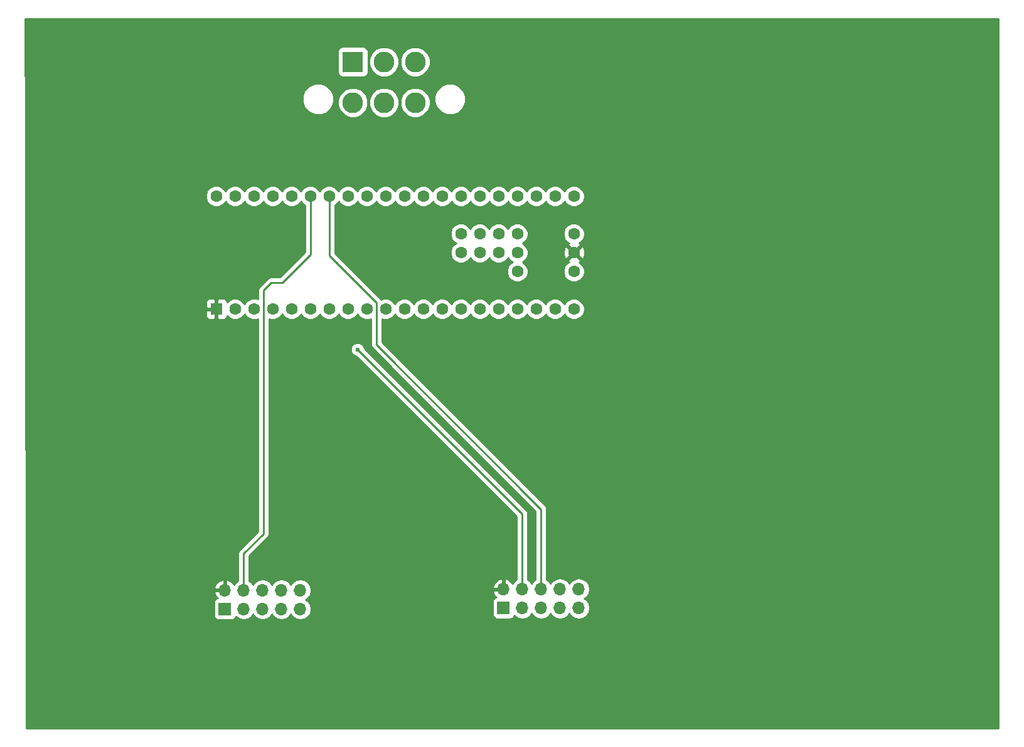
<source format=gbr>
G04 #@! TF.FileFunction,Copper,L2,Bot,Signal*
%FSLAX46Y46*%
G04 Gerber Fmt 4.6, Leading zero omitted, Abs format (unit mm)*
G04 Created by KiCad (PCBNEW 4.0.7) date 02/25/18 21:17:54*
%MOMM*%
%LPD*%
G01*
G04 APERTURE LIST*
%ADD10C,0.100000*%
%ADD11R,2.800000X2.800000*%
%ADD12C,2.800000*%
%ADD13C,1.600000*%
%ADD14R,1.600000X1.600000*%
%ADD15R,1.700000X1.700000*%
%ADD16O,1.700000X1.700000*%
%ADD17C,0.600000*%
%ADD18C,0.250000*%
%ADD19C,0.254000*%
G04 APERTURE END LIST*
D10*
D11*
X84074000Y-41529000D03*
D12*
X88274000Y-41529000D03*
X92474000Y-41529000D03*
X84074000Y-47029000D03*
X88274000Y-47029000D03*
X92474000Y-47029000D03*
D13*
X85979000Y-74930000D03*
X88519000Y-74930000D03*
X91059000Y-74930000D03*
X83439000Y-74930000D03*
X80899000Y-74930000D03*
X78359000Y-74930000D03*
X75819000Y-74930000D03*
X73279000Y-74930000D03*
X70739000Y-74930000D03*
X68199000Y-74930000D03*
D14*
X65659000Y-74930000D03*
D13*
X93599000Y-74930000D03*
X96139000Y-74930000D03*
X98679000Y-74930000D03*
X101219000Y-74930000D03*
X103759000Y-74930000D03*
X106299000Y-74930000D03*
X108839000Y-74930000D03*
X111379000Y-74930000D03*
X113919000Y-74930000D03*
X113919000Y-69850000D03*
X113919000Y-67310000D03*
X113919000Y-64770000D03*
X113919000Y-59690000D03*
X111379000Y-59690000D03*
X108839000Y-59690000D03*
X106299000Y-59690000D03*
X103759000Y-59690000D03*
X101219000Y-59690000D03*
X98679000Y-59690000D03*
X96139000Y-59690000D03*
X93599000Y-59690000D03*
X91059000Y-59690000D03*
X88519000Y-59690000D03*
X85979000Y-59690000D03*
X83439000Y-59690000D03*
X80899000Y-59690000D03*
X78359000Y-59690000D03*
X75819000Y-59690000D03*
X73279000Y-59690000D03*
X70739000Y-59690000D03*
X68199000Y-59690000D03*
X65659000Y-59690000D03*
X98679000Y-64770000D03*
X101219000Y-64770000D03*
X103759000Y-64770000D03*
X106299000Y-64770000D03*
X98679000Y-67310000D03*
X101219000Y-67310000D03*
X103759000Y-67310000D03*
X106299000Y-67310000D03*
X106299000Y-69850000D03*
D15*
X104394000Y-115316000D03*
D16*
X104394000Y-112776000D03*
X106934000Y-115316000D03*
X106934000Y-112776000D03*
X109474000Y-115316000D03*
X109474000Y-112776000D03*
X112014000Y-115316000D03*
X112014000Y-112776000D03*
X114554000Y-115316000D03*
X114554000Y-112776000D03*
D15*
X66802000Y-115443000D03*
D16*
X66802000Y-112903000D03*
X69342000Y-115443000D03*
X69342000Y-112903000D03*
X71882000Y-115443000D03*
X71882000Y-112903000D03*
X74422000Y-115443000D03*
X74422000Y-112903000D03*
X76962000Y-115443000D03*
X76962000Y-112903000D03*
D17*
X84709000Y-80391000D03*
D18*
X106934000Y-102616000D02*
X106934000Y-112776000D01*
X84709000Y-80391000D02*
X106934000Y-102616000D01*
X80899000Y-59690000D02*
X80899000Y-67691000D01*
X109474000Y-101981000D02*
X109474000Y-112776000D01*
X87249000Y-79756000D02*
X109474000Y-101981000D01*
X87249000Y-74041000D02*
X87249000Y-79756000D01*
X80899000Y-67691000D02*
X87249000Y-74041000D01*
X78359000Y-59690000D02*
X78359000Y-67564000D01*
X69342000Y-107950000D02*
X69342000Y-112903000D01*
X72009000Y-105283000D02*
X69342000Y-107950000D01*
X72009000Y-72390000D02*
X72009000Y-105283000D01*
X73025000Y-71374000D02*
X72009000Y-72390000D01*
X74549000Y-71374000D02*
X73025000Y-71374000D01*
X78359000Y-67564000D02*
X74549000Y-71374000D01*
D19*
G36*
X171196000Y-131572000D02*
X40004832Y-131572000D01*
X39979700Y-112546108D01*
X65360514Y-112546108D01*
X65481181Y-112776000D01*
X66675000Y-112776000D01*
X66675000Y-111582845D01*
X66445110Y-111461524D01*
X66035076Y-111631355D01*
X65606817Y-112021642D01*
X65360514Y-112546108D01*
X39979700Y-112546108D01*
X39930386Y-75215750D01*
X64224000Y-75215750D01*
X64224000Y-75856310D01*
X64320673Y-76089699D01*
X64499302Y-76268327D01*
X64732691Y-76365000D01*
X65373250Y-76365000D01*
X65532000Y-76206250D01*
X65532000Y-75057000D01*
X64382750Y-75057000D01*
X64224000Y-75215750D01*
X39930386Y-75215750D01*
X39928785Y-74003690D01*
X64224000Y-74003690D01*
X64224000Y-74644250D01*
X64382750Y-74803000D01*
X65532000Y-74803000D01*
X65532000Y-73653750D01*
X65373250Y-73495000D01*
X64732691Y-73495000D01*
X64499302Y-73591673D01*
X64320673Y-73770301D01*
X64224000Y-74003690D01*
X39928785Y-74003690D01*
X39910252Y-59974187D01*
X64223752Y-59974187D01*
X64441757Y-60501800D01*
X64845077Y-60905824D01*
X65372309Y-61124750D01*
X65943187Y-61125248D01*
X66470800Y-60907243D01*
X66874824Y-60503923D01*
X66928862Y-60373785D01*
X66981757Y-60501800D01*
X67385077Y-60905824D01*
X67912309Y-61124750D01*
X68483187Y-61125248D01*
X69010800Y-60907243D01*
X69414824Y-60503923D01*
X69468862Y-60373785D01*
X69521757Y-60501800D01*
X69925077Y-60905824D01*
X70452309Y-61124750D01*
X71023187Y-61125248D01*
X71550800Y-60907243D01*
X71954824Y-60503923D01*
X72008862Y-60373785D01*
X72061757Y-60501800D01*
X72465077Y-60905824D01*
X72992309Y-61124750D01*
X73563187Y-61125248D01*
X74090800Y-60907243D01*
X74494824Y-60503923D01*
X74548862Y-60373785D01*
X74601757Y-60501800D01*
X75005077Y-60905824D01*
X75532309Y-61124750D01*
X76103187Y-61125248D01*
X76630800Y-60907243D01*
X77034824Y-60503923D01*
X77088862Y-60373785D01*
X77141757Y-60501800D01*
X77545077Y-60905824D01*
X77599000Y-60928215D01*
X77599000Y-67249198D01*
X74234198Y-70614000D01*
X73025000Y-70614000D01*
X72734161Y-70671852D01*
X72487599Y-70836599D01*
X71471599Y-71852599D01*
X71306852Y-72099161D01*
X71249000Y-72390000D01*
X71249000Y-73587976D01*
X71025691Y-73495250D01*
X70454813Y-73494752D01*
X69927200Y-73712757D01*
X69523176Y-74116077D01*
X69469138Y-74246215D01*
X69416243Y-74118200D01*
X69012923Y-73714176D01*
X68485691Y-73495250D01*
X67914813Y-73494752D01*
X67387200Y-73712757D01*
X67094000Y-74005446D01*
X67094000Y-74003690D01*
X66997327Y-73770301D01*
X66818698Y-73591673D01*
X66585309Y-73495000D01*
X65944750Y-73495000D01*
X65786000Y-73653750D01*
X65786000Y-74803000D01*
X65806000Y-74803000D01*
X65806000Y-75057000D01*
X65786000Y-75057000D01*
X65786000Y-76206250D01*
X65944750Y-76365000D01*
X66585309Y-76365000D01*
X66818698Y-76268327D01*
X66997327Y-76089699D01*
X67094000Y-75856310D01*
X67094000Y-75854239D01*
X67385077Y-76145824D01*
X67912309Y-76364750D01*
X68483187Y-76365248D01*
X69010800Y-76147243D01*
X69414824Y-75743923D01*
X69468862Y-75613785D01*
X69521757Y-75741800D01*
X69925077Y-76145824D01*
X70452309Y-76364750D01*
X71023187Y-76365248D01*
X71249000Y-76271944D01*
X71249000Y-104968198D01*
X68804599Y-107412599D01*
X68639852Y-107659161D01*
X68582000Y-107950000D01*
X68582000Y-111630046D01*
X68291946Y-111823853D01*
X68064298Y-112164553D01*
X67997183Y-112021642D01*
X67568924Y-111631355D01*
X67158890Y-111461524D01*
X66929000Y-111582845D01*
X66929000Y-112776000D01*
X66949000Y-112776000D01*
X66949000Y-113030000D01*
X66929000Y-113030000D01*
X66929000Y-113050000D01*
X66675000Y-113050000D01*
X66675000Y-113030000D01*
X65481181Y-113030000D01*
X65360514Y-113259892D01*
X65606817Y-113784358D01*
X65812504Y-113971808D01*
X65716683Y-113989838D01*
X65500559Y-114128910D01*
X65355569Y-114341110D01*
X65304560Y-114593000D01*
X65304560Y-116293000D01*
X65348838Y-116528317D01*
X65487910Y-116744441D01*
X65700110Y-116889431D01*
X65952000Y-116940440D01*
X67652000Y-116940440D01*
X67887317Y-116896162D01*
X68103441Y-116757090D01*
X68248431Y-116544890D01*
X68262086Y-116477459D01*
X68291946Y-116522147D01*
X68773715Y-116844054D01*
X69342000Y-116957093D01*
X69910285Y-116844054D01*
X70392054Y-116522147D01*
X70612000Y-116192974D01*
X70831946Y-116522147D01*
X71313715Y-116844054D01*
X71882000Y-116957093D01*
X72450285Y-116844054D01*
X72932054Y-116522147D01*
X73152000Y-116192974D01*
X73371946Y-116522147D01*
X73853715Y-116844054D01*
X74422000Y-116957093D01*
X74990285Y-116844054D01*
X75472054Y-116522147D01*
X75692000Y-116192974D01*
X75911946Y-116522147D01*
X76393715Y-116844054D01*
X76962000Y-116957093D01*
X77530285Y-116844054D01*
X78012054Y-116522147D01*
X78333961Y-116040378D01*
X78447000Y-115472093D01*
X78447000Y-115413907D01*
X78333961Y-114845622D01*
X78012054Y-114363853D01*
X77726422Y-114173000D01*
X78012054Y-113982147D01*
X78333961Y-113500378D01*
X78447000Y-112932093D01*
X78447000Y-112873907D01*
X78356535Y-112419108D01*
X102952514Y-112419108D01*
X103073181Y-112649000D01*
X104267000Y-112649000D01*
X104267000Y-111455845D01*
X104037110Y-111334524D01*
X103627076Y-111504355D01*
X103198817Y-111894642D01*
X102952514Y-112419108D01*
X78356535Y-112419108D01*
X78333961Y-112305622D01*
X78012054Y-111823853D01*
X77530285Y-111501946D01*
X76962000Y-111388907D01*
X76393715Y-111501946D01*
X75911946Y-111823853D01*
X75692000Y-112153026D01*
X75472054Y-111823853D01*
X74990285Y-111501946D01*
X74422000Y-111388907D01*
X73853715Y-111501946D01*
X73371946Y-111823853D01*
X73152000Y-112153026D01*
X72932054Y-111823853D01*
X72450285Y-111501946D01*
X71882000Y-111388907D01*
X71313715Y-111501946D01*
X70831946Y-111823853D01*
X70612000Y-112153026D01*
X70392054Y-111823853D01*
X70102000Y-111630046D01*
X70102000Y-108264802D01*
X72546401Y-105820401D01*
X72711148Y-105573839D01*
X72769000Y-105283000D01*
X72769000Y-76272024D01*
X72992309Y-76364750D01*
X73563187Y-76365248D01*
X74090800Y-76147243D01*
X74494824Y-75743923D01*
X74548862Y-75613785D01*
X74601757Y-75741800D01*
X75005077Y-76145824D01*
X75532309Y-76364750D01*
X76103187Y-76365248D01*
X76630800Y-76147243D01*
X77034824Y-75743923D01*
X77088862Y-75613785D01*
X77141757Y-75741800D01*
X77545077Y-76145824D01*
X78072309Y-76364750D01*
X78643187Y-76365248D01*
X79170800Y-76147243D01*
X79574824Y-75743923D01*
X79628862Y-75613785D01*
X79681757Y-75741800D01*
X80085077Y-76145824D01*
X80612309Y-76364750D01*
X81183187Y-76365248D01*
X81710800Y-76147243D01*
X82114824Y-75743923D01*
X82168862Y-75613785D01*
X82221757Y-75741800D01*
X82625077Y-76145824D01*
X83152309Y-76364750D01*
X83723187Y-76365248D01*
X84250800Y-76147243D01*
X84654824Y-75743923D01*
X84708862Y-75613785D01*
X84761757Y-75741800D01*
X85165077Y-76145824D01*
X85692309Y-76364750D01*
X86263187Y-76365248D01*
X86489000Y-76271944D01*
X86489000Y-79756000D01*
X86546852Y-80046839D01*
X86711599Y-80293401D01*
X108714000Y-102295802D01*
X108714000Y-111503046D01*
X108423946Y-111696853D01*
X108204000Y-112026026D01*
X107984054Y-111696853D01*
X107694000Y-111503046D01*
X107694000Y-102616000D01*
X107636148Y-102325161D01*
X107636148Y-102325160D01*
X107471401Y-102078599D01*
X85644122Y-80251320D01*
X85644162Y-80205833D01*
X85502117Y-79862057D01*
X85239327Y-79598808D01*
X84895799Y-79456162D01*
X84523833Y-79455838D01*
X84180057Y-79597883D01*
X83916808Y-79860673D01*
X83774162Y-80204201D01*
X83773838Y-80576167D01*
X83915883Y-80919943D01*
X84178673Y-81183192D01*
X84522201Y-81325838D01*
X84569077Y-81325879D01*
X106174000Y-102930802D01*
X106174000Y-111503046D01*
X105883946Y-111696853D01*
X105656298Y-112037553D01*
X105589183Y-111894642D01*
X105160924Y-111504355D01*
X104750890Y-111334524D01*
X104521000Y-111455845D01*
X104521000Y-112649000D01*
X104541000Y-112649000D01*
X104541000Y-112903000D01*
X104521000Y-112903000D01*
X104521000Y-112923000D01*
X104267000Y-112923000D01*
X104267000Y-112903000D01*
X103073181Y-112903000D01*
X102952514Y-113132892D01*
X103198817Y-113657358D01*
X103404504Y-113844808D01*
X103308683Y-113862838D01*
X103092559Y-114001910D01*
X102947569Y-114214110D01*
X102896560Y-114466000D01*
X102896560Y-116166000D01*
X102940838Y-116401317D01*
X103079910Y-116617441D01*
X103292110Y-116762431D01*
X103544000Y-116813440D01*
X105244000Y-116813440D01*
X105479317Y-116769162D01*
X105695441Y-116630090D01*
X105840431Y-116417890D01*
X105854086Y-116350459D01*
X105883946Y-116395147D01*
X106365715Y-116717054D01*
X106934000Y-116830093D01*
X107502285Y-116717054D01*
X107984054Y-116395147D01*
X108204000Y-116065974D01*
X108423946Y-116395147D01*
X108905715Y-116717054D01*
X109474000Y-116830093D01*
X110042285Y-116717054D01*
X110524054Y-116395147D01*
X110744000Y-116065974D01*
X110963946Y-116395147D01*
X111445715Y-116717054D01*
X112014000Y-116830093D01*
X112582285Y-116717054D01*
X113064054Y-116395147D01*
X113284000Y-116065974D01*
X113503946Y-116395147D01*
X113985715Y-116717054D01*
X114554000Y-116830093D01*
X115122285Y-116717054D01*
X115604054Y-116395147D01*
X115925961Y-115913378D01*
X116039000Y-115345093D01*
X116039000Y-115286907D01*
X115925961Y-114718622D01*
X115604054Y-114236853D01*
X115318422Y-114046000D01*
X115604054Y-113855147D01*
X115925961Y-113373378D01*
X116039000Y-112805093D01*
X116039000Y-112746907D01*
X115925961Y-112178622D01*
X115604054Y-111696853D01*
X115122285Y-111374946D01*
X114554000Y-111261907D01*
X113985715Y-111374946D01*
X113503946Y-111696853D01*
X113284000Y-112026026D01*
X113064054Y-111696853D01*
X112582285Y-111374946D01*
X112014000Y-111261907D01*
X111445715Y-111374946D01*
X110963946Y-111696853D01*
X110744000Y-112026026D01*
X110524054Y-111696853D01*
X110234000Y-111503046D01*
X110234000Y-101981000D01*
X110176148Y-101690161D01*
X110176148Y-101690160D01*
X110011401Y-101443599D01*
X88009000Y-79441198D01*
X88009000Y-76272024D01*
X88232309Y-76364750D01*
X88803187Y-76365248D01*
X89330800Y-76147243D01*
X89734824Y-75743923D01*
X89788862Y-75613785D01*
X89841757Y-75741800D01*
X90245077Y-76145824D01*
X90772309Y-76364750D01*
X91343187Y-76365248D01*
X91870800Y-76147243D01*
X92274824Y-75743923D01*
X92328862Y-75613785D01*
X92381757Y-75741800D01*
X92785077Y-76145824D01*
X93312309Y-76364750D01*
X93883187Y-76365248D01*
X94410800Y-76147243D01*
X94814824Y-75743923D01*
X94868862Y-75613785D01*
X94921757Y-75741800D01*
X95325077Y-76145824D01*
X95852309Y-76364750D01*
X96423187Y-76365248D01*
X96950800Y-76147243D01*
X97354824Y-75743923D01*
X97408862Y-75613785D01*
X97461757Y-75741800D01*
X97865077Y-76145824D01*
X98392309Y-76364750D01*
X98963187Y-76365248D01*
X99490800Y-76147243D01*
X99894824Y-75743923D01*
X99948862Y-75613785D01*
X100001757Y-75741800D01*
X100405077Y-76145824D01*
X100932309Y-76364750D01*
X101503187Y-76365248D01*
X102030800Y-76147243D01*
X102434824Y-75743923D01*
X102488862Y-75613785D01*
X102541757Y-75741800D01*
X102945077Y-76145824D01*
X103472309Y-76364750D01*
X104043187Y-76365248D01*
X104570800Y-76147243D01*
X104974824Y-75743923D01*
X105028862Y-75613785D01*
X105081757Y-75741800D01*
X105485077Y-76145824D01*
X106012309Y-76364750D01*
X106583187Y-76365248D01*
X107110800Y-76147243D01*
X107514824Y-75743923D01*
X107568862Y-75613785D01*
X107621757Y-75741800D01*
X108025077Y-76145824D01*
X108552309Y-76364750D01*
X109123187Y-76365248D01*
X109650800Y-76147243D01*
X110054824Y-75743923D01*
X110108862Y-75613785D01*
X110161757Y-75741800D01*
X110565077Y-76145824D01*
X111092309Y-76364750D01*
X111663187Y-76365248D01*
X112190800Y-76147243D01*
X112594824Y-75743923D01*
X112648862Y-75613785D01*
X112701757Y-75741800D01*
X113105077Y-76145824D01*
X113632309Y-76364750D01*
X114203187Y-76365248D01*
X114730800Y-76147243D01*
X115134824Y-75743923D01*
X115353750Y-75216691D01*
X115354248Y-74645813D01*
X115136243Y-74118200D01*
X114732923Y-73714176D01*
X114205691Y-73495250D01*
X113634813Y-73494752D01*
X113107200Y-73712757D01*
X112703176Y-74116077D01*
X112649138Y-74246215D01*
X112596243Y-74118200D01*
X112192923Y-73714176D01*
X111665691Y-73495250D01*
X111094813Y-73494752D01*
X110567200Y-73712757D01*
X110163176Y-74116077D01*
X110109138Y-74246215D01*
X110056243Y-74118200D01*
X109652923Y-73714176D01*
X109125691Y-73495250D01*
X108554813Y-73494752D01*
X108027200Y-73712757D01*
X107623176Y-74116077D01*
X107569138Y-74246215D01*
X107516243Y-74118200D01*
X107112923Y-73714176D01*
X106585691Y-73495250D01*
X106014813Y-73494752D01*
X105487200Y-73712757D01*
X105083176Y-74116077D01*
X105029138Y-74246215D01*
X104976243Y-74118200D01*
X104572923Y-73714176D01*
X104045691Y-73495250D01*
X103474813Y-73494752D01*
X102947200Y-73712757D01*
X102543176Y-74116077D01*
X102489138Y-74246215D01*
X102436243Y-74118200D01*
X102032923Y-73714176D01*
X101505691Y-73495250D01*
X100934813Y-73494752D01*
X100407200Y-73712757D01*
X100003176Y-74116077D01*
X99949138Y-74246215D01*
X99896243Y-74118200D01*
X99492923Y-73714176D01*
X98965691Y-73495250D01*
X98394813Y-73494752D01*
X97867200Y-73712757D01*
X97463176Y-74116077D01*
X97409138Y-74246215D01*
X97356243Y-74118200D01*
X96952923Y-73714176D01*
X96425691Y-73495250D01*
X95854813Y-73494752D01*
X95327200Y-73712757D01*
X94923176Y-74116077D01*
X94869138Y-74246215D01*
X94816243Y-74118200D01*
X94412923Y-73714176D01*
X93885691Y-73495250D01*
X93314813Y-73494752D01*
X92787200Y-73712757D01*
X92383176Y-74116077D01*
X92329138Y-74246215D01*
X92276243Y-74118200D01*
X91872923Y-73714176D01*
X91345691Y-73495250D01*
X90774813Y-73494752D01*
X90247200Y-73712757D01*
X89843176Y-74116077D01*
X89789138Y-74246215D01*
X89736243Y-74118200D01*
X89332923Y-73714176D01*
X88805691Y-73495250D01*
X88234813Y-73494752D01*
X87878784Y-73641860D01*
X87786401Y-73503599D01*
X81659000Y-67376198D01*
X81659000Y-65054187D01*
X97243752Y-65054187D01*
X97461757Y-65581800D01*
X97865077Y-65985824D01*
X97995215Y-66039862D01*
X97867200Y-66092757D01*
X97463176Y-66496077D01*
X97244250Y-67023309D01*
X97243752Y-67594187D01*
X97461757Y-68121800D01*
X97865077Y-68525824D01*
X98392309Y-68744750D01*
X98963187Y-68745248D01*
X99490800Y-68527243D01*
X99894824Y-68123923D01*
X99948862Y-67993785D01*
X100001757Y-68121800D01*
X100405077Y-68525824D01*
X100932309Y-68744750D01*
X101503187Y-68745248D01*
X102030800Y-68527243D01*
X102434824Y-68123923D01*
X102488862Y-67993785D01*
X102541757Y-68121800D01*
X102945077Y-68525824D01*
X103472309Y-68744750D01*
X104043187Y-68745248D01*
X104570800Y-68527243D01*
X104974824Y-68123923D01*
X105028862Y-67993785D01*
X105081757Y-68121800D01*
X105485077Y-68525824D01*
X105615215Y-68579862D01*
X105487200Y-68632757D01*
X105083176Y-69036077D01*
X104864250Y-69563309D01*
X104863752Y-70134187D01*
X105081757Y-70661800D01*
X105485077Y-71065824D01*
X106012309Y-71284750D01*
X106583187Y-71285248D01*
X107110800Y-71067243D01*
X107514824Y-70663923D01*
X107733750Y-70136691D01*
X107733752Y-70134187D01*
X112483752Y-70134187D01*
X112701757Y-70661800D01*
X113105077Y-71065824D01*
X113632309Y-71284750D01*
X114203187Y-71285248D01*
X114730800Y-71067243D01*
X115134824Y-70663923D01*
X115353750Y-70136691D01*
X115354248Y-69565813D01*
X115136243Y-69038200D01*
X114732923Y-68634176D01*
X114618232Y-68586552D01*
X114673005Y-68563864D01*
X114747139Y-68317745D01*
X113919000Y-67489605D01*
X113090861Y-68317745D01*
X113164995Y-68563864D01*
X113223254Y-68584805D01*
X113107200Y-68632757D01*
X112703176Y-69036077D01*
X112484250Y-69563309D01*
X112483752Y-70134187D01*
X107733752Y-70134187D01*
X107734248Y-69565813D01*
X107516243Y-69038200D01*
X107112923Y-68634176D01*
X106982785Y-68580138D01*
X107110800Y-68527243D01*
X107514824Y-68123923D01*
X107733750Y-67596691D01*
X107734189Y-67093223D01*
X112472035Y-67093223D01*
X112499222Y-67663454D01*
X112665136Y-68064005D01*
X112911255Y-68138139D01*
X113739395Y-67310000D01*
X114098605Y-67310000D01*
X114926745Y-68138139D01*
X115172864Y-68064005D01*
X115365965Y-67526777D01*
X115338778Y-66956546D01*
X115172864Y-66555995D01*
X114926745Y-66481861D01*
X114098605Y-67310000D01*
X113739395Y-67310000D01*
X112911255Y-66481861D01*
X112665136Y-66555995D01*
X112472035Y-67093223D01*
X107734189Y-67093223D01*
X107734248Y-67025813D01*
X107516243Y-66498200D01*
X107112923Y-66094176D01*
X106982785Y-66040138D01*
X107110800Y-65987243D01*
X107514824Y-65583923D01*
X107733750Y-65056691D01*
X107733752Y-65054187D01*
X112483752Y-65054187D01*
X112701757Y-65581800D01*
X113105077Y-65985824D01*
X113219768Y-66033448D01*
X113164995Y-66056136D01*
X113090861Y-66302255D01*
X113919000Y-67130395D01*
X114747139Y-66302255D01*
X114673005Y-66056136D01*
X114614746Y-66035195D01*
X114730800Y-65987243D01*
X115134824Y-65583923D01*
X115353750Y-65056691D01*
X115354248Y-64485813D01*
X115136243Y-63958200D01*
X114732923Y-63554176D01*
X114205691Y-63335250D01*
X113634813Y-63334752D01*
X113107200Y-63552757D01*
X112703176Y-63956077D01*
X112484250Y-64483309D01*
X112483752Y-65054187D01*
X107733752Y-65054187D01*
X107734248Y-64485813D01*
X107516243Y-63958200D01*
X107112923Y-63554176D01*
X106585691Y-63335250D01*
X106014813Y-63334752D01*
X105487200Y-63552757D01*
X105083176Y-63956077D01*
X105029138Y-64086215D01*
X104976243Y-63958200D01*
X104572923Y-63554176D01*
X104045691Y-63335250D01*
X103474813Y-63334752D01*
X102947200Y-63552757D01*
X102543176Y-63956077D01*
X102489138Y-64086215D01*
X102436243Y-63958200D01*
X102032923Y-63554176D01*
X101505691Y-63335250D01*
X100934813Y-63334752D01*
X100407200Y-63552757D01*
X100003176Y-63956077D01*
X99949138Y-64086215D01*
X99896243Y-63958200D01*
X99492923Y-63554176D01*
X98965691Y-63335250D01*
X98394813Y-63334752D01*
X97867200Y-63552757D01*
X97463176Y-63956077D01*
X97244250Y-64483309D01*
X97243752Y-65054187D01*
X81659000Y-65054187D01*
X81659000Y-60928646D01*
X81710800Y-60907243D01*
X82114824Y-60503923D01*
X82168862Y-60373785D01*
X82221757Y-60501800D01*
X82625077Y-60905824D01*
X83152309Y-61124750D01*
X83723187Y-61125248D01*
X84250800Y-60907243D01*
X84654824Y-60503923D01*
X84708862Y-60373785D01*
X84761757Y-60501800D01*
X85165077Y-60905824D01*
X85692309Y-61124750D01*
X86263187Y-61125248D01*
X86790800Y-60907243D01*
X87194824Y-60503923D01*
X87248862Y-60373785D01*
X87301757Y-60501800D01*
X87705077Y-60905824D01*
X88232309Y-61124750D01*
X88803187Y-61125248D01*
X89330800Y-60907243D01*
X89734824Y-60503923D01*
X89788862Y-60373785D01*
X89841757Y-60501800D01*
X90245077Y-60905824D01*
X90772309Y-61124750D01*
X91343187Y-61125248D01*
X91870800Y-60907243D01*
X92274824Y-60503923D01*
X92328862Y-60373785D01*
X92381757Y-60501800D01*
X92785077Y-60905824D01*
X93312309Y-61124750D01*
X93883187Y-61125248D01*
X94410800Y-60907243D01*
X94814824Y-60503923D01*
X94868862Y-60373785D01*
X94921757Y-60501800D01*
X95325077Y-60905824D01*
X95852309Y-61124750D01*
X96423187Y-61125248D01*
X96950800Y-60907243D01*
X97354824Y-60503923D01*
X97408862Y-60373785D01*
X97461757Y-60501800D01*
X97865077Y-60905824D01*
X98392309Y-61124750D01*
X98963187Y-61125248D01*
X99490800Y-60907243D01*
X99894824Y-60503923D01*
X99948862Y-60373785D01*
X100001757Y-60501800D01*
X100405077Y-60905824D01*
X100932309Y-61124750D01*
X101503187Y-61125248D01*
X102030800Y-60907243D01*
X102434824Y-60503923D01*
X102488862Y-60373785D01*
X102541757Y-60501800D01*
X102945077Y-60905824D01*
X103472309Y-61124750D01*
X104043187Y-61125248D01*
X104570800Y-60907243D01*
X104974824Y-60503923D01*
X105028862Y-60373785D01*
X105081757Y-60501800D01*
X105485077Y-60905824D01*
X106012309Y-61124750D01*
X106583187Y-61125248D01*
X107110800Y-60907243D01*
X107514824Y-60503923D01*
X107568862Y-60373785D01*
X107621757Y-60501800D01*
X108025077Y-60905824D01*
X108552309Y-61124750D01*
X109123187Y-61125248D01*
X109650800Y-60907243D01*
X110054824Y-60503923D01*
X110108862Y-60373785D01*
X110161757Y-60501800D01*
X110565077Y-60905824D01*
X111092309Y-61124750D01*
X111663187Y-61125248D01*
X112190800Y-60907243D01*
X112594824Y-60503923D01*
X112648862Y-60373785D01*
X112701757Y-60501800D01*
X113105077Y-60905824D01*
X113632309Y-61124750D01*
X114203187Y-61125248D01*
X114730800Y-60907243D01*
X115134824Y-60503923D01*
X115353750Y-59976691D01*
X115354248Y-59405813D01*
X115136243Y-58878200D01*
X114732923Y-58474176D01*
X114205691Y-58255250D01*
X113634813Y-58254752D01*
X113107200Y-58472757D01*
X112703176Y-58876077D01*
X112649138Y-59006215D01*
X112596243Y-58878200D01*
X112192923Y-58474176D01*
X111665691Y-58255250D01*
X111094813Y-58254752D01*
X110567200Y-58472757D01*
X110163176Y-58876077D01*
X110109138Y-59006215D01*
X110056243Y-58878200D01*
X109652923Y-58474176D01*
X109125691Y-58255250D01*
X108554813Y-58254752D01*
X108027200Y-58472757D01*
X107623176Y-58876077D01*
X107569138Y-59006215D01*
X107516243Y-58878200D01*
X107112923Y-58474176D01*
X106585691Y-58255250D01*
X106014813Y-58254752D01*
X105487200Y-58472757D01*
X105083176Y-58876077D01*
X105029138Y-59006215D01*
X104976243Y-58878200D01*
X104572923Y-58474176D01*
X104045691Y-58255250D01*
X103474813Y-58254752D01*
X102947200Y-58472757D01*
X102543176Y-58876077D01*
X102489138Y-59006215D01*
X102436243Y-58878200D01*
X102032923Y-58474176D01*
X101505691Y-58255250D01*
X100934813Y-58254752D01*
X100407200Y-58472757D01*
X100003176Y-58876077D01*
X99949138Y-59006215D01*
X99896243Y-58878200D01*
X99492923Y-58474176D01*
X98965691Y-58255250D01*
X98394813Y-58254752D01*
X97867200Y-58472757D01*
X97463176Y-58876077D01*
X97409138Y-59006215D01*
X97356243Y-58878200D01*
X96952923Y-58474176D01*
X96425691Y-58255250D01*
X95854813Y-58254752D01*
X95327200Y-58472757D01*
X94923176Y-58876077D01*
X94869138Y-59006215D01*
X94816243Y-58878200D01*
X94412923Y-58474176D01*
X93885691Y-58255250D01*
X93314813Y-58254752D01*
X92787200Y-58472757D01*
X92383176Y-58876077D01*
X92329138Y-59006215D01*
X92276243Y-58878200D01*
X91872923Y-58474176D01*
X91345691Y-58255250D01*
X90774813Y-58254752D01*
X90247200Y-58472757D01*
X89843176Y-58876077D01*
X89789138Y-59006215D01*
X89736243Y-58878200D01*
X89332923Y-58474176D01*
X88805691Y-58255250D01*
X88234813Y-58254752D01*
X87707200Y-58472757D01*
X87303176Y-58876077D01*
X87249138Y-59006215D01*
X87196243Y-58878200D01*
X86792923Y-58474176D01*
X86265691Y-58255250D01*
X85694813Y-58254752D01*
X85167200Y-58472757D01*
X84763176Y-58876077D01*
X84709138Y-59006215D01*
X84656243Y-58878200D01*
X84252923Y-58474176D01*
X83725691Y-58255250D01*
X83154813Y-58254752D01*
X82627200Y-58472757D01*
X82223176Y-58876077D01*
X82169138Y-59006215D01*
X82116243Y-58878200D01*
X81712923Y-58474176D01*
X81185691Y-58255250D01*
X80614813Y-58254752D01*
X80087200Y-58472757D01*
X79683176Y-58876077D01*
X79629138Y-59006215D01*
X79576243Y-58878200D01*
X79172923Y-58474176D01*
X78645691Y-58255250D01*
X78074813Y-58254752D01*
X77547200Y-58472757D01*
X77143176Y-58876077D01*
X77089138Y-59006215D01*
X77036243Y-58878200D01*
X76632923Y-58474176D01*
X76105691Y-58255250D01*
X75534813Y-58254752D01*
X75007200Y-58472757D01*
X74603176Y-58876077D01*
X74549138Y-59006215D01*
X74496243Y-58878200D01*
X74092923Y-58474176D01*
X73565691Y-58255250D01*
X72994813Y-58254752D01*
X72467200Y-58472757D01*
X72063176Y-58876077D01*
X72009138Y-59006215D01*
X71956243Y-58878200D01*
X71552923Y-58474176D01*
X71025691Y-58255250D01*
X70454813Y-58254752D01*
X69927200Y-58472757D01*
X69523176Y-58876077D01*
X69469138Y-59006215D01*
X69416243Y-58878200D01*
X69012923Y-58474176D01*
X68485691Y-58255250D01*
X67914813Y-58254752D01*
X67387200Y-58472757D01*
X66983176Y-58876077D01*
X66929138Y-59006215D01*
X66876243Y-58878200D01*
X66472923Y-58474176D01*
X65945691Y-58255250D01*
X65374813Y-58254752D01*
X64847200Y-58472757D01*
X64443176Y-58876077D01*
X64224250Y-59403309D01*
X64223752Y-59974187D01*
X39910252Y-59974187D01*
X39893102Y-46991815D01*
X77238630Y-46991815D01*
X77562980Y-47776800D01*
X78163041Y-48377909D01*
X78947459Y-48703628D01*
X79796815Y-48704370D01*
X80581800Y-48380020D01*
X81182909Y-47779959D01*
X81327389Y-47432011D01*
X82038648Y-47432011D01*
X82347805Y-48180229D01*
X82919760Y-48753183D01*
X83667438Y-49063646D01*
X84477011Y-49064352D01*
X85225229Y-48755195D01*
X85798183Y-48183240D01*
X86108646Y-47435562D01*
X86108649Y-47432011D01*
X86238648Y-47432011D01*
X86547805Y-48180229D01*
X87119760Y-48753183D01*
X87867438Y-49063646D01*
X88677011Y-49064352D01*
X89425229Y-48755195D01*
X89998183Y-48183240D01*
X90308646Y-47435562D01*
X90308649Y-47432011D01*
X90438648Y-47432011D01*
X90747805Y-48180229D01*
X91319760Y-48753183D01*
X92067438Y-49063646D01*
X92877011Y-49064352D01*
X93625229Y-48755195D01*
X94198183Y-48183240D01*
X94508646Y-47435562D01*
X94509032Y-46991815D01*
X95038630Y-46991815D01*
X95362980Y-47776800D01*
X95963041Y-48377909D01*
X96747459Y-48703628D01*
X97596815Y-48704370D01*
X98381800Y-48380020D01*
X98982909Y-47779959D01*
X99308628Y-46995541D01*
X99309370Y-46146185D01*
X98985020Y-45361200D01*
X98384959Y-44760091D01*
X97600541Y-44434372D01*
X96751185Y-44433630D01*
X95966200Y-44757980D01*
X95365091Y-45358041D01*
X95039372Y-46142459D01*
X95038630Y-46991815D01*
X94509032Y-46991815D01*
X94509352Y-46625989D01*
X94200195Y-45877771D01*
X93628240Y-45304817D01*
X92880562Y-44994354D01*
X92070989Y-44993648D01*
X91322771Y-45302805D01*
X90749817Y-45874760D01*
X90439354Y-46622438D01*
X90438648Y-47432011D01*
X90308649Y-47432011D01*
X90309352Y-46625989D01*
X90000195Y-45877771D01*
X89428240Y-45304817D01*
X88680562Y-44994354D01*
X87870989Y-44993648D01*
X87122771Y-45302805D01*
X86549817Y-45874760D01*
X86239354Y-46622438D01*
X86238648Y-47432011D01*
X86108649Y-47432011D01*
X86109352Y-46625989D01*
X85800195Y-45877771D01*
X85228240Y-45304817D01*
X84480562Y-44994354D01*
X83670989Y-44993648D01*
X82922771Y-45302805D01*
X82349817Y-45874760D01*
X82039354Y-46622438D01*
X82038648Y-47432011D01*
X81327389Y-47432011D01*
X81508628Y-46995541D01*
X81509370Y-46146185D01*
X81185020Y-45361200D01*
X80584959Y-44760091D01*
X79800541Y-44434372D01*
X78951185Y-44433630D01*
X78166200Y-44757980D01*
X77565091Y-45358041D01*
X77239372Y-46142459D01*
X77238630Y-46991815D01*
X39893102Y-46991815D01*
X39884037Y-40129000D01*
X82026560Y-40129000D01*
X82026560Y-42929000D01*
X82070838Y-43164317D01*
X82209910Y-43380441D01*
X82422110Y-43525431D01*
X82674000Y-43576440D01*
X85474000Y-43576440D01*
X85709317Y-43532162D01*
X85925441Y-43393090D01*
X86070431Y-43180890D01*
X86121440Y-42929000D01*
X86121440Y-41932011D01*
X86238648Y-41932011D01*
X86547805Y-42680229D01*
X87119760Y-43253183D01*
X87867438Y-43563646D01*
X88677011Y-43564352D01*
X89425229Y-43255195D01*
X89998183Y-42683240D01*
X90308646Y-41935562D01*
X90308649Y-41932011D01*
X90438648Y-41932011D01*
X90747805Y-42680229D01*
X91319760Y-43253183D01*
X92067438Y-43563646D01*
X92877011Y-43564352D01*
X93625229Y-43255195D01*
X94198183Y-42683240D01*
X94508646Y-41935562D01*
X94509352Y-41125989D01*
X94200195Y-40377771D01*
X93628240Y-39804817D01*
X92880562Y-39494354D01*
X92070989Y-39493648D01*
X91322771Y-39802805D01*
X90749817Y-40374760D01*
X90439354Y-41122438D01*
X90438648Y-41932011D01*
X90308649Y-41932011D01*
X90309352Y-41125989D01*
X90000195Y-40377771D01*
X89428240Y-39804817D01*
X88680562Y-39494354D01*
X87870989Y-39493648D01*
X87122771Y-39802805D01*
X86549817Y-40374760D01*
X86239354Y-41122438D01*
X86238648Y-41932011D01*
X86121440Y-41932011D01*
X86121440Y-40129000D01*
X86077162Y-39893683D01*
X85938090Y-39677559D01*
X85725890Y-39532569D01*
X85474000Y-39481560D01*
X82674000Y-39481560D01*
X82438683Y-39525838D01*
X82222559Y-39664910D01*
X82077569Y-39877110D01*
X82026560Y-40129000D01*
X39884037Y-40129000D01*
X39878168Y-35687000D01*
X171196000Y-35687000D01*
X171196000Y-131572000D01*
X171196000Y-131572000D01*
G37*
X171196000Y-131572000D02*
X40004832Y-131572000D01*
X39979700Y-112546108D01*
X65360514Y-112546108D01*
X65481181Y-112776000D01*
X66675000Y-112776000D01*
X66675000Y-111582845D01*
X66445110Y-111461524D01*
X66035076Y-111631355D01*
X65606817Y-112021642D01*
X65360514Y-112546108D01*
X39979700Y-112546108D01*
X39930386Y-75215750D01*
X64224000Y-75215750D01*
X64224000Y-75856310D01*
X64320673Y-76089699D01*
X64499302Y-76268327D01*
X64732691Y-76365000D01*
X65373250Y-76365000D01*
X65532000Y-76206250D01*
X65532000Y-75057000D01*
X64382750Y-75057000D01*
X64224000Y-75215750D01*
X39930386Y-75215750D01*
X39928785Y-74003690D01*
X64224000Y-74003690D01*
X64224000Y-74644250D01*
X64382750Y-74803000D01*
X65532000Y-74803000D01*
X65532000Y-73653750D01*
X65373250Y-73495000D01*
X64732691Y-73495000D01*
X64499302Y-73591673D01*
X64320673Y-73770301D01*
X64224000Y-74003690D01*
X39928785Y-74003690D01*
X39910252Y-59974187D01*
X64223752Y-59974187D01*
X64441757Y-60501800D01*
X64845077Y-60905824D01*
X65372309Y-61124750D01*
X65943187Y-61125248D01*
X66470800Y-60907243D01*
X66874824Y-60503923D01*
X66928862Y-60373785D01*
X66981757Y-60501800D01*
X67385077Y-60905824D01*
X67912309Y-61124750D01*
X68483187Y-61125248D01*
X69010800Y-60907243D01*
X69414824Y-60503923D01*
X69468862Y-60373785D01*
X69521757Y-60501800D01*
X69925077Y-60905824D01*
X70452309Y-61124750D01*
X71023187Y-61125248D01*
X71550800Y-60907243D01*
X71954824Y-60503923D01*
X72008862Y-60373785D01*
X72061757Y-60501800D01*
X72465077Y-60905824D01*
X72992309Y-61124750D01*
X73563187Y-61125248D01*
X74090800Y-60907243D01*
X74494824Y-60503923D01*
X74548862Y-60373785D01*
X74601757Y-60501800D01*
X75005077Y-60905824D01*
X75532309Y-61124750D01*
X76103187Y-61125248D01*
X76630800Y-60907243D01*
X77034824Y-60503923D01*
X77088862Y-60373785D01*
X77141757Y-60501800D01*
X77545077Y-60905824D01*
X77599000Y-60928215D01*
X77599000Y-67249198D01*
X74234198Y-70614000D01*
X73025000Y-70614000D01*
X72734161Y-70671852D01*
X72487599Y-70836599D01*
X71471599Y-71852599D01*
X71306852Y-72099161D01*
X71249000Y-72390000D01*
X71249000Y-73587976D01*
X71025691Y-73495250D01*
X70454813Y-73494752D01*
X69927200Y-73712757D01*
X69523176Y-74116077D01*
X69469138Y-74246215D01*
X69416243Y-74118200D01*
X69012923Y-73714176D01*
X68485691Y-73495250D01*
X67914813Y-73494752D01*
X67387200Y-73712757D01*
X67094000Y-74005446D01*
X67094000Y-74003690D01*
X66997327Y-73770301D01*
X66818698Y-73591673D01*
X66585309Y-73495000D01*
X65944750Y-73495000D01*
X65786000Y-73653750D01*
X65786000Y-74803000D01*
X65806000Y-74803000D01*
X65806000Y-75057000D01*
X65786000Y-75057000D01*
X65786000Y-76206250D01*
X65944750Y-76365000D01*
X66585309Y-76365000D01*
X66818698Y-76268327D01*
X66997327Y-76089699D01*
X67094000Y-75856310D01*
X67094000Y-75854239D01*
X67385077Y-76145824D01*
X67912309Y-76364750D01*
X68483187Y-76365248D01*
X69010800Y-76147243D01*
X69414824Y-75743923D01*
X69468862Y-75613785D01*
X69521757Y-75741800D01*
X69925077Y-76145824D01*
X70452309Y-76364750D01*
X71023187Y-76365248D01*
X71249000Y-76271944D01*
X71249000Y-104968198D01*
X68804599Y-107412599D01*
X68639852Y-107659161D01*
X68582000Y-107950000D01*
X68582000Y-111630046D01*
X68291946Y-111823853D01*
X68064298Y-112164553D01*
X67997183Y-112021642D01*
X67568924Y-111631355D01*
X67158890Y-111461524D01*
X66929000Y-111582845D01*
X66929000Y-112776000D01*
X66949000Y-112776000D01*
X66949000Y-113030000D01*
X66929000Y-113030000D01*
X66929000Y-113050000D01*
X66675000Y-113050000D01*
X66675000Y-113030000D01*
X65481181Y-113030000D01*
X65360514Y-113259892D01*
X65606817Y-113784358D01*
X65812504Y-113971808D01*
X65716683Y-113989838D01*
X65500559Y-114128910D01*
X65355569Y-114341110D01*
X65304560Y-114593000D01*
X65304560Y-116293000D01*
X65348838Y-116528317D01*
X65487910Y-116744441D01*
X65700110Y-116889431D01*
X65952000Y-116940440D01*
X67652000Y-116940440D01*
X67887317Y-116896162D01*
X68103441Y-116757090D01*
X68248431Y-116544890D01*
X68262086Y-116477459D01*
X68291946Y-116522147D01*
X68773715Y-116844054D01*
X69342000Y-116957093D01*
X69910285Y-116844054D01*
X70392054Y-116522147D01*
X70612000Y-116192974D01*
X70831946Y-116522147D01*
X71313715Y-116844054D01*
X71882000Y-116957093D01*
X72450285Y-116844054D01*
X72932054Y-116522147D01*
X73152000Y-116192974D01*
X73371946Y-116522147D01*
X73853715Y-116844054D01*
X74422000Y-116957093D01*
X74990285Y-116844054D01*
X75472054Y-116522147D01*
X75692000Y-116192974D01*
X75911946Y-116522147D01*
X76393715Y-116844054D01*
X76962000Y-116957093D01*
X77530285Y-116844054D01*
X78012054Y-116522147D01*
X78333961Y-116040378D01*
X78447000Y-115472093D01*
X78447000Y-115413907D01*
X78333961Y-114845622D01*
X78012054Y-114363853D01*
X77726422Y-114173000D01*
X78012054Y-113982147D01*
X78333961Y-113500378D01*
X78447000Y-112932093D01*
X78447000Y-112873907D01*
X78356535Y-112419108D01*
X102952514Y-112419108D01*
X103073181Y-112649000D01*
X104267000Y-112649000D01*
X104267000Y-111455845D01*
X104037110Y-111334524D01*
X103627076Y-111504355D01*
X103198817Y-111894642D01*
X102952514Y-112419108D01*
X78356535Y-112419108D01*
X78333961Y-112305622D01*
X78012054Y-111823853D01*
X77530285Y-111501946D01*
X76962000Y-111388907D01*
X76393715Y-111501946D01*
X75911946Y-111823853D01*
X75692000Y-112153026D01*
X75472054Y-111823853D01*
X74990285Y-111501946D01*
X74422000Y-111388907D01*
X73853715Y-111501946D01*
X73371946Y-111823853D01*
X73152000Y-112153026D01*
X72932054Y-111823853D01*
X72450285Y-111501946D01*
X71882000Y-111388907D01*
X71313715Y-111501946D01*
X70831946Y-111823853D01*
X70612000Y-112153026D01*
X70392054Y-111823853D01*
X70102000Y-111630046D01*
X70102000Y-108264802D01*
X72546401Y-105820401D01*
X72711148Y-105573839D01*
X72769000Y-105283000D01*
X72769000Y-76272024D01*
X72992309Y-76364750D01*
X73563187Y-76365248D01*
X74090800Y-76147243D01*
X74494824Y-75743923D01*
X74548862Y-75613785D01*
X74601757Y-75741800D01*
X75005077Y-76145824D01*
X75532309Y-76364750D01*
X76103187Y-76365248D01*
X76630800Y-76147243D01*
X77034824Y-75743923D01*
X77088862Y-75613785D01*
X77141757Y-75741800D01*
X77545077Y-76145824D01*
X78072309Y-76364750D01*
X78643187Y-76365248D01*
X79170800Y-76147243D01*
X79574824Y-75743923D01*
X79628862Y-75613785D01*
X79681757Y-75741800D01*
X80085077Y-76145824D01*
X80612309Y-76364750D01*
X81183187Y-76365248D01*
X81710800Y-76147243D01*
X82114824Y-75743923D01*
X82168862Y-75613785D01*
X82221757Y-75741800D01*
X82625077Y-76145824D01*
X83152309Y-76364750D01*
X83723187Y-76365248D01*
X84250800Y-76147243D01*
X84654824Y-75743923D01*
X84708862Y-75613785D01*
X84761757Y-75741800D01*
X85165077Y-76145824D01*
X85692309Y-76364750D01*
X86263187Y-76365248D01*
X86489000Y-76271944D01*
X86489000Y-79756000D01*
X86546852Y-80046839D01*
X86711599Y-80293401D01*
X108714000Y-102295802D01*
X108714000Y-111503046D01*
X108423946Y-111696853D01*
X108204000Y-112026026D01*
X107984054Y-111696853D01*
X107694000Y-111503046D01*
X107694000Y-102616000D01*
X107636148Y-102325161D01*
X107636148Y-102325160D01*
X107471401Y-102078599D01*
X85644122Y-80251320D01*
X85644162Y-80205833D01*
X85502117Y-79862057D01*
X85239327Y-79598808D01*
X84895799Y-79456162D01*
X84523833Y-79455838D01*
X84180057Y-79597883D01*
X83916808Y-79860673D01*
X83774162Y-80204201D01*
X83773838Y-80576167D01*
X83915883Y-80919943D01*
X84178673Y-81183192D01*
X84522201Y-81325838D01*
X84569077Y-81325879D01*
X106174000Y-102930802D01*
X106174000Y-111503046D01*
X105883946Y-111696853D01*
X105656298Y-112037553D01*
X105589183Y-111894642D01*
X105160924Y-111504355D01*
X104750890Y-111334524D01*
X104521000Y-111455845D01*
X104521000Y-112649000D01*
X104541000Y-112649000D01*
X104541000Y-112903000D01*
X104521000Y-112903000D01*
X104521000Y-112923000D01*
X104267000Y-112923000D01*
X104267000Y-112903000D01*
X103073181Y-112903000D01*
X102952514Y-113132892D01*
X103198817Y-113657358D01*
X103404504Y-113844808D01*
X103308683Y-113862838D01*
X103092559Y-114001910D01*
X102947569Y-114214110D01*
X102896560Y-114466000D01*
X102896560Y-116166000D01*
X102940838Y-116401317D01*
X103079910Y-116617441D01*
X103292110Y-116762431D01*
X103544000Y-116813440D01*
X105244000Y-116813440D01*
X105479317Y-116769162D01*
X105695441Y-116630090D01*
X105840431Y-116417890D01*
X105854086Y-116350459D01*
X105883946Y-116395147D01*
X106365715Y-116717054D01*
X106934000Y-116830093D01*
X107502285Y-116717054D01*
X107984054Y-116395147D01*
X108204000Y-116065974D01*
X108423946Y-116395147D01*
X108905715Y-116717054D01*
X109474000Y-116830093D01*
X110042285Y-116717054D01*
X110524054Y-116395147D01*
X110744000Y-116065974D01*
X110963946Y-116395147D01*
X111445715Y-116717054D01*
X112014000Y-116830093D01*
X112582285Y-116717054D01*
X113064054Y-116395147D01*
X113284000Y-116065974D01*
X113503946Y-116395147D01*
X113985715Y-116717054D01*
X114554000Y-116830093D01*
X115122285Y-116717054D01*
X115604054Y-116395147D01*
X115925961Y-115913378D01*
X116039000Y-115345093D01*
X116039000Y-115286907D01*
X115925961Y-114718622D01*
X115604054Y-114236853D01*
X115318422Y-114046000D01*
X115604054Y-113855147D01*
X115925961Y-113373378D01*
X116039000Y-112805093D01*
X116039000Y-112746907D01*
X115925961Y-112178622D01*
X115604054Y-111696853D01*
X115122285Y-111374946D01*
X114554000Y-111261907D01*
X113985715Y-111374946D01*
X113503946Y-111696853D01*
X113284000Y-112026026D01*
X113064054Y-111696853D01*
X112582285Y-111374946D01*
X112014000Y-111261907D01*
X111445715Y-111374946D01*
X110963946Y-111696853D01*
X110744000Y-112026026D01*
X110524054Y-111696853D01*
X110234000Y-111503046D01*
X110234000Y-101981000D01*
X110176148Y-101690161D01*
X110176148Y-101690160D01*
X110011401Y-101443599D01*
X88009000Y-79441198D01*
X88009000Y-76272024D01*
X88232309Y-76364750D01*
X88803187Y-76365248D01*
X89330800Y-76147243D01*
X89734824Y-75743923D01*
X89788862Y-75613785D01*
X89841757Y-75741800D01*
X90245077Y-76145824D01*
X90772309Y-76364750D01*
X91343187Y-76365248D01*
X91870800Y-76147243D01*
X92274824Y-75743923D01*
X92328862Y-75613785D01*
X92381757Y-75741800D01*
X92785077Y-76145824D01*
X93312309Y-76364750D01*
X93883187Y-76365248D01*
X94410800Y-76147243D01*
X94814824Y-75743923D01*
X94868862Y-75613785D01*
X94921757Y-75741800D01*
X95325077Y-76145824D01*
X95852309Y-76364750D01*
X96423187Y-76365248D01*
X96950800Y-76147243D01*
X97354824Y-75743923D01*
X97408862Y-75613785D01*
X97461757Y-75741800D01*
X97865077Y-76145824D01*
X98392309Y-76364750D01*
X98963187Y-76365248D01*
X99490800Y-76147243D01*
X99894824Y-75743923D01*
X99948862Y-75613785D01*
X100001757Y-75741800D01*
X100405077Y-76145824D01*
X100932309Y-76364750D01*
X101503187Y-76365248D01*
X102030800Y-76147243D01*
X102434824Y-75743923D01*
X102488862Y-75613785D01*
X102541757Y-75741800D01*
X102945077Y-76145824D01*
X103472309Y-76364750D01*
X104043187Y-76365248D01*
X104570800Y-76147243D01*
X104974824Y-75743923D01*
X105028862Y-75613785D01*
X105081757Y-75741800D01*
X105485077Y-76145824D01*
X106012309Y-76364750D01*
X106583187Y-76365248D01*
X107110800Y-76147243D01*
X107514824Y-75743923D01*
X107568862Y-75613785D01*
X107621757Y-75741800D01*
X108025077Y-76145824D01*
X108552309Y-76364750D01*
X109123187Y-76365248D01*
X109650800Y-76147243D01*
X110054824Y-75743923D01*
X110108862Y-75613785D01*
X110161757Y-75741800D01*
X110565077Y-76145824D01*
X111092309Y-76364750D01*
X111663187Y-76365248D01*
X112190800Y-76147243D01*
X112594824Y-75743923D01*
X112648862Y-75613785D01*
X112701757Y-75741800D01*
X113105077Y-76145824D01*
X113632309Y-76364750D01*
X114203187Y-76365248D01*
X114730800Y-76147243D01*
X115134824Y-75743923D01*
X115353750Y-75216691D01*
X115354248Y-74645813D01*
X115136243Y-74118200D01*
X114732923Y-73714176D01*
X114205691Y-73495250D01*
X113634813Y-73494752D01*
X113107200Y-73712757D01*
X112703176Y-74116077D01*
X112649138Y-74246215D01*
X112596243Y-74118200D01*
X112192923Y-73714176D01*
X111665691Y-73495250D01*
X111094813Y-73494752D01*
X110567200Y-73712757D01*
X110163176Y-74116077D01*
X110109138Y-74246215D01*
X110056243Y-74118200D01*
X109652923Y-73714176D01*
X109125691Y-73495250D01*
X108554813Y-73494752D01*
X108027200Y-73712757D01*
X107623176Y-74116077D01*
X107569138Y-74246215D01*
X107516243Y-74118200D01*
X107112923Y-73714176D01*
X106585691Y-73495250D01*
X106014813Y-73494752D01*
X105487200Y-73712757D01*
X105083176Y-74116077D01*
X105029138Y-74246215D01*
X104976243Y-74118200D01*
X104572923Y-73714176D01*
X104045691Y-73495250D01*
X103474813Y-73494752D01*
X102947200Y-73712757D01*
X102543176Y-74116077D01*
X102489138Y-74246215D01*
X102436243Y-74118200D01*
X102032923Y-73714176D01*
X101505691Y-73495250D01*
X100934813Y-73494752D01*
X100407200Y-73712757D01*
X100003176Y-74116077D01*
X99949138Y-74246215D01*
X99896243Y-74118200D01*
X99492923Y-73714176D01*
X98965691Y-73495250D01*
X98394813Y-73494752D01*
X97867200Y-73712757D01*
X97463176Y-74116077D01*
X97409138Y-74246215D01*
X97356243Y-74118200D01*
X96952923Y-73714176D01*
X96425691Y-73495250D01*
X95854813Y-73494752D01*
X95327200Y-73712757D01*
X94923176Y-74116077D01*
X94869138Y-74246215D01*
X94816243Y-74118200D01*
X94412923Y-73714176D01*
X93885691Y-73495250D01*
X93314813Y-73494752D01*
X92787200Y-73712757D01*
X92383176Y-74116077D01*
X92329138Y-74246215D01*
X92276243Y-74118200D01*
X91872923Y-73714176D01*
X91345691Y-73495250D01*
X90774813Y-73494752D01*
X90247200Y-73712757D01*
X89843176Y-74116077D01*
X89789138Y-74246215D01*
X89736243Y-74118200D01*
X89332923Y-73714176D01*
X88805691Y-73495250D01*
X88234813Y-73494752D01*
X87878784Y-73641860D01*
X87786401Y-73503599D01*
X81659000Y-67376198D01*
X81659000Y-65054187D01*
X97243752Y-65054187D01*
X97461757Y-65581800D01*
X97865077Y-65985824D01*
X97995215Y-66039862D01*
X97867200Y-66092757D01*
X97463176Y-66496077D01*
X97244250Y-67023309D01*
X97243752Y-67594187D01*
X97461757Y-68121800D01*
X97865077Y-68525824D01*
X98392309Y-68744750D01*
X98963187Y-68745248D01*
X99490800Y-68527243D01*
X99894824Y-68123923D01*
X99948862Y-67993785D01*
X100001757Y-68121800D01*
X100405077Y-68525824D01*
X100932309Y-68744750D01*
X101503187Y-68745248D01*
X102030800Y-68527243D01*
X102434824Y-68123923D01*
X102488862Y-67993785D01*
X102541757Y-68121800D01*
X102945077Y-68525824D01*
X103472309Y-68744750D01*
X104043187Y-68745248D01*
X104570800Y-68527243D01*
X104974824Y-68123923D01*
X105028862Y-67993785D01*
X105081757Y-68121800D01*
X105485077Y-68525824D01*
X105615215Y-68579862D01*
X105487200Y-68632757D01*
X105083176Y-69036077D01*
X104864250Y-69563309D01*
X104863752Y-70134187D01*
X105081757Y-70661800D01*
X105485077Y-71065824D01*
X106012309Y-71284750D01*
X106583187Y-71285248D01*
X107110800Y-71067243D01*
X107514824Y-70663923D01*
X107733750Y-70136691D01*
X107733752Y-70134187D01*
X112483752Y-70134187D01*
X112701757Y-70661800D01*
X113105077Y-71065824D01*
X113632309Y-71284750D01*
X114203187Y-71285248D01*
X114730800Y-71067243D01*
X115134824Y-70663923D01*
X115353750Y-70136691D01*
X115354248Y-69565813D01*
X115136243Y-69038200D01*
X114732923Y-68634176D01*
X114618232Y-68586552D01*
X114673005Y-68563864D01*
X114747139Y-68317745D01*
X113919000Y-67489605D01*
X113090861Y-68317745D01*
X113164995Y-68563864D01*
X113223254Y-68584805D01*
X113107200Y-68632757D01*
X112703176Y-69036077D01*
X112484250Y-69563309D01*
X112483752Y-70134187D01*
X107733752Y-70134187D01*
X107734248Y-69565813D01*
X107516243Y-69038200D01*
X107112923Y-68634176D01*
X106982785Y-68580138D01*
X107110800Y-68527243D01*
X107514824Y-68123923D01*
X107733750Y-67596691D01*
X107734189Y-67093223D01*
X112472035Y-67093223D01*
X112499222Y-67663454D01*
X112665136Y-68064005D01*
X112911255Y-68138139D01*
X113739395Y-67310000D01*
X114098605Y-67310000D01*
X114926745Y-68138139D01*
X115172864Y-68064005D01*
X115365965Y-67526777D01*
X115338778Y-66956546D01*
X115172864Y-66555995D01*
X114926745Y-66481861D01*
X114098605Y-67310000D01*
X113739395Y-67310000D01*
X112911255Y-66481861D01*
X112665136Y-66555995D01*
X112472035Y-67093223D01*
X107734189Y-67093223D01*
X107734248Y-67025813D01*
X107516243Y-66498200D01*
X107112923Y-66094176D01*
X106982785Y-66040138D01*
X107110800Y-65987243D01*
X107514824Y-65583923D01*
X107733750Y-65056691D01*
X107733752Y-65054187D01*
X112483752Y-65054187D01*
X112701757Y-65581800D01*
X113105077Y-65985824D01*
X113219768Y-66033448D01*
X113164995Y-66056136D01*
X113090861Y-66302255D01*
X113919000Y-67130395D01*
X114747139Y-66302255D01*
X114673005Y-66056136D01*
X114614746Y-66035195D01*
X114730800Y-65987243D01*
X115134824Y-65583923D01*
X115353750Y-65056691D01*
X115354248Y-64485813D01*
X115136243Y-63958200D01*
X114732923Y-63554176D01*
X114205691Y-63335250D01*
X113634813Y-63334752D01*
X113107200Y-63552757D01*
X112703176Y-63956077D01*
X112484250Y-64483309D01*
X112483752Y-65054187D01*
X107733752Y-65054187D01*
X107734248Y-64485813D01*
X107516243Y-63958200D01*
X107112923Y-63554176D01*
X106585691Y-63335250D01*
X106014813Y-63334752D01*
X105487200Y-63552757D01*
X105083176Y-63956077D01*
X105029138Y-64086215D01*
X104976243Y-63958200D01*
X104572923Y-63554176D01*
X104045691Y-63335250D01*
X103474813Y-63334752D01*
X102947200Y-63552757D01*
X102543176Y-63956077D01*
X102489138Y-64086215D01*
X102436243Y-63958200D01*
X102032923Y-63554176D01*
X101505691Y-63335250D01*
X100934813Y-63334752D01*
X100407200Y-63552757D01*
X100003176Y-63956077D01*
X99949138Y-64086215D01*
X99896243Y-63958200D01*
X99492923Y-63554176D01*
X98965691Y-63335250D01*
X98394813Y-63334752D01*
X97867200Y-63552757D01*
X97463176Y-63956077D01*
X97244250Y-64483309D01*
X97243752Y-65054187D01*
X81659000Y-65054187D01*
X81659000Y-60928646D01*
X81710800Y-60907243D01*
X82114824Y-60503923D01*
X82168862Y-60373785D01*
X82221757Y-60501800D01*
X82625077Y-60905824D01*
X83152309Y-61124750D01*
X83723187Y-61125248D01*
X84250800Y-60907243D01*
X84654824Y-60503923D01*
X84708862Y-60373785D01*
X84761757Y-60501800D01*
X85165077Y-60905824D01*
X85692309Y-61124750D01*
X86263187Y-61125248D01*
X86790800Y-60907243D01*
X87194824Y-60503923D01*
X87248862Y-60373785D01*
X87301757Y-60501800D01*
X87705077Y-60905824D01*
X88232309Y-61124750D01*
X88803187Y-61125248D01*
X89330800Y-60907243D01*
X89734824Y-60503923D01*
X89788862Y-60373785D01*
X89841757Y-60501800D01*
X90245077Y-60905824D01*
X90772309Y-61124750D01*
X91343187Y-61125248D01*
X91870800Y-60907243D01*
X92274824Y-60503923D01*
X92328862Y-60373785D01*
X92381757Y-60501800D01*
X92785077Y-60905824D01*
X93312309Y-61124750D01*
X93883187Y-61125248D01*
X94410800Y-60907243D01*
X94814824Y-60503923D01*
X94868862Y-60373785D01*
X94921757Y-60501800D01*
X95325077Y-60905824D01*
X95852309Y-61124750D01*
X96423187Y-61125248D01*
X96950800Y-60907243D01*
X97354824Y-60503923D01*
X97408862Y-60373785D01*
X97461757Y-60501800D01*
X97865077Y-60905824D01*
X98392309Y-61124750D01*
X98963187Y-61125248D01*
X99490800Y-60907243D01*
X99894824Y-60503923D01*
X99948862Y-60373785D01*
X100001757Y-60501800D01*
X100405077Y-60905824D01*
X100932309Y-61124750D01*
X101503187Y-61125248D01*
X102030800Y-60907243D01*
X102434824Y-60503923D01*
X102488862Y-60373785D01*
X102541757Y-60501800D01*
X102945077Y-60905824D01*
X103472309Y-61124750D01*
X104043187Y-61125248D01*
X104570800Y-60907243D01*
X104974824Y-60503923D01*
X105028862Y-60373785D01*
X105081757Y-60501800D01*
X105485077Y-60905824D01*
X106012309Y-61124750D01*
X106583187Y-61125248D01*
X107110800Y-60907243D01*
X107514824Y-60503923D01*
X107568862Y-60373785D01*
X107621757Y-60501800D01*
X108025077Y-60905824D01*
X108552309Y-61124750D01*
X109123187Y-61125248D01*
X109650800Y-60907243D01*
X110054824Y-60503923D01*
X110108862Y-60373785D01*
X110161757Y-60501800D01*
X110565077Y-60905824D01*
X111092309Y-61124750D01*
X111663187Y-61125248D01*
X112190800Y-60907243D01*
X112594824Y-60503923D01*
X112648862Y-60373785D01*
X112701757Y-60501800D01*
X113105077Y-60905824D01*
X113632309Y-61124750D01*
X114203187Y-61125248D01*
X114730800Y-60907243D01*
X115134824Y-60503923D01*
X115353750Y-59976691D01*
X115354248Y-59405813D01*
X115136243Y-58878200D01*
X114732923Y-58474176D01*
X114205691Y-58255250D01*
X113634813Y-58254752D01*
X113107200Y-58472757D01*
X112703176Y-58876077D01*
X112649138Y-59006215D01*
X112596243Y-58878200D01*
X112192923Y-58474176D01*
X111665691Y-58255250D01*
X111094813Y-58254752D01*
X110567200Y-58472757D01*
X110163176Y-58876077D01*
X110109138Y-59006215D01*
X110056243Y-58878200D01*
X109652923Y-58474176D01*
X109125691Y-58255250D01*
X108554813Y-58254752D01*
X108027200Y-58472757D01*
X107623176Y-58876077D01*
X107569138Y-59006215D01*
X107516243Y-58878200D01*
X107112923Y-58474176D01*
X106585691Y-58255250D01*
X106014813Y-58254752D01*
X105487200Y-58472757D01*
X105083176Y-58876077D01*
X105029138Y-59006215D01*
X104976243Y-58878200D01*
X104572923Y-58474176D01*
X104045691Y-58255250D01*
X103474813Y-58254752D01*
X102947200Y-58472757D01*
X102543176Y-58876077D01*
X102489138Y-59006215D01*
X102436243Y-58878200D01*
X102032923Y-58474176D01*
X101505691Y-58255250D01*
X100934813Y-58254752D01*
X100407200Y-58472757D01*
X100003176Y-58876077D01*
X99949138Y-59006215D01*
X99896243Y-58878200D01*
X99492923Y-58474176D01*
X98965691Y-58255250D01*
X98394813Y-58254752D01*
X97867200Y-58472757D01*
X97463176Y-58876077D01*
X97409138Y-59006215D01*
X97356243Y-58878200D01*
X96952923Y-58474176D01*
X96425691Y-58255250D01*
X95854813Y-58254752D01*
X95327200Y-58472757D01*
X94923176Y-58876077D01*
X94869138Y-59006215D01*
X94816243Y-58878200D01*
X94412923Y-58474176D01*
X93885691Y-58255250D01*
X93314813Y-58254752D01*
X92787200Y-58472757D01*
X92383176Y-58876077D01*
X92329138Y-59006215D01*
X92276243Y-58878200D01*
X91872923Y-58474176D01*
X91345691Y-58255250D01*
X90774813Y-58254752D01*
X90247200Y-58472757D01*
X89843176Y-58876077D01*
X89789138Y-59006215D01*
X89736243Y-58878200D01*
X89332923Y-58474176D01*
X88805691Y-58255250D01*
X88234813Y-58254752D01*
X87707200Y-58472757D01*
X87303176Y-58876077D01*
X87249138Y-59006215D01*
X87196243Y-58878200D01*
X86792923Y-58474176D01*
X86265691Y-58255250D01*
X85694813Y-58254752D01*
X85167200Y-58472757D01*
X84763176Y-58876077D01*
X84709138Y-59006215D01*
X84656243Y-58878200D01*
X84252923Y-58474176D01*
X83725691Y-58255250D01*
X83154813Y-58254752D01*
X82627200Y-58472757D01*
X82223176Y-58876077D01*
X82169138Y-59006215D01*
X82116243Y-58878200D01*
X81712923Y-58474176D01*
X81185691Y-58255250D01*
X80614813Y-58254752D01*
X80087200Y-58472757D01*
X79683176Y-58876077D01*
X79629138Y-59006215D01*
X79576243Y-58878200D01*
X79172923Y-58474176D01*
X78645691Y-58255250D01*
X78074813Y-58254752D01*
X77547200Y-58472757D01*
X77143176Y-58876077D01*
X77089138Y-59006215D01*
X77036243Y-58878200D01*
X76632923Y-58474176D01*
X76105691Y-58255250D01*
X75534813Y-58254752D01*
X75007200Y-58472757D01*
X74603176Y-58876077D01*
X74549138Y-59006215D01*
X74496243Y-58878200D01*
X74092923Y-58474176D01*
X73565691Y-58255250D01*
X72994813Y-58254752D01*
X72467200Y-58472757D01*
X72063176Y-58876077D01*
X72009138Y-59006215D01*
X71956243Y-58878200D01*
X71552923Y-58474176D01*
X71025691Y-58255250D01*
X70454813Y-58254752D01*
X69927200Y-58472757D01*
X69523176Y-58876077D01*
X69469138Y-59006215D01*
X69416243Y-58878200D01*
X69012923Y-58474176D01*
X68485691Y-58255250D01*
X67914813Y-58254752D01*
X67387200Y-58472757D01*
X66983176Y-58876077D01*
X66929138Y-59006215D01*
X66876243Y-58878200D01*
X66472923Y-58474176D01*
X65945691Y-58255250D01*
X65374813Y-58254752D01*
X64847200Y-58472757D01*
X64443176Y-58876077D01*
X64224250Y-59403309D01*
X64223752Y-59974187D01*
X39910252Y-59974187D01*
X39893102Y-46991815D01*
X77238630Y-46991815D01*
X77562980Y-47776800D01*
X78163041Y-48377909D01*
X78947459Y-48703628D01*
X79796815Y-48704370D01*
X80581800Y-48380020D01*
X81182909Y-47779959D01*
X81327389Y-47432011D01*
X82038648Y-47432011D01*
X82347805Y-48180229D01*
X82919760Y-48753183D01*
X83667438Y-49063646D01*
X84477011Y-49064352D01*
X85225229Y-48755195D01*
X85798183Y-48183240D01*
X86108646Y-47435562D01*
X86108649Y-47432011D01*
X86238648Y-47432011D01*
X86547805Y-48180229D01*
X87119760Y-48753183D01*
X87867438Y-49063646D01*
X88677011Y-49064352D01*
X89425229Y-48755195D01*
X89998183Y-48183240D01*
X90308646Y-47435562D01*
X90308649Y-47432011D01*
X90438648Y-47432011D01*
X90747805Y-48180229D01*
X91319760Y-48753183D01*
X92067438Y-49063646D01*
X92877011Y-49064352D01*
X93625229Y-48755195D01*
X94198183Y-48183240D01*
X94508646Y-47435562D01*
X94509032Y-46991815D01*
X95038630Y-46991815D01*
X95362980Y-47776800D01*
X95963041Y-48377909D01*
X96747459Y-48703628D01*
X97596815Y-48704370D01*
X98381800Y-48380020D01*
X98982909Y-47779959D01*
X99308628Y-46995541D01*
X99309370Y-46146185D01*
X98985020Y-45361200D01*
X98384959Y-44760091D01*
X97600541Y-44434372D01*
X96751185Y-44433630D01*
X95966200Y-44757980D01*
X95365091Y-45358041D01*
X95039372Y-46142459D01*
X95038630Y-46991815D01*
X94509032Y-46991815D01*
X94509352Y-46625989D01*
X94200195Y-45877771D01*
X93628240Y-45304817D01*
X92880562Y-44994354D01*
X92070989Y-44993648D01*
X91322771Y-45302805D01*
X90749817Y-45874760D01*
X90439354Y-46622438D01*
X90438648Y-47432011D01*
X90308649Y-47432011D01*
X90309352Y-46625989D01*
X90000195Y-45877771D01*
X89428240Y-45304817D01*
X88680562Y-44994354D01*
X87870989Y-44993648D01*
X87122771Y-45302805D01*
X86549817Y-45874760D01*
X86239354Y-46622438D01*
X86238648Y-47432011D01*
X86108649Y-47432011D01*
X86109352Y-46625989D01*
X85800195Y-45877771D01*
X85228240Y-45304817D01*
X84480562Y-44994354D01*
X83670989Y-44993648D01*
X82922771Y-45302805D01*
X82349817Y-45874760D01*
X82039354Y-46622438D01*
X82038648Y-47432011D01*
X81327389Y-47432011D01*
X81508628Y-46995541D01*
X81509370Y-46146185D01*
X81185020Y-45361200D01*
X80584959Y-44760091D01*
X79800541Y-44434372D01*
X78951185Y-44433630D01*
X78166200Y-44757980D01*
X77565091Y-45358041D01*
X77239372Y-46142459D01*
X77238630Y-46991815D01*
X39893102Y-46991815D01*
X39884037Y-40129000D01*
X82026560Y-40129000D01*
X82026560Y-42929000D01*
X82070838Y-43164317D01*
X82209910Y-43380441D01*
X82422110Y-43525431D01*
X82674000Y-43576440D01*
X85474000Y-43576440D01*
X85709317Y-43532162D01*
X85925441Y-43393090D01*
X86070431Y-43180890D01*
X86121440Y-42929000D01*
X86121440Y-41932011D01*
X86238648Y-41932011D01*
X86547805Y-42680229D01*
X87119760Y-43253183D01*
X87867438Y-43563646D01*
X88677011Y-43564352D01*
X89425229Y-43255195D01*
X89998183Y-42683240D01*
X90308646Y-41935562D01*
X90308649Y-41932011D01*
X90438648Y-41932011D01*
X90747805Y-42680229D01*
X91319760Y-43253183D01*
X92067438Y-43563646D01*
X92877011Y-43564352D01*
X93625229Y-43255195D01*
X94198183Y-42683240D01*
X94508646Y-41935562D01*
X94509352Y-41125989D01*
X94200195Y-40377771D01*
X93628240Y-39804817D01*
X92880562Y-39494354D01*
X92070989Y-39493648D01*
X91322771Y-39802805D01*
X90749817Y-40374760D01*
X90439354Y-41122438D01*
X90438648Y-41932011D01*
X90308649Y-41932011D01*
X90309352Y-41125989D01*
X90000195Y-40377771D01*
X89428240Y-39804817D01*
X88680562Y-39494354D01*
X87870989Y-39493648D01*
X87122771Y-39802805D01*
X86549817Y-40374760D01*
X86239354Y-41122438D01*
X86238648Y-41932011D01*
X86121440Y-41932011D01*
X86121440Y-40129000D01*
X86077162Y-39893683D01*
X85938090Y-39677559D01*
X85725890Y-39532569D01*
X85474000Y-39481560D01*
X82674000Y-39481560D01*
X82438683Y-39525838D01*
X82222559Y-39664910D01*
X82077569Y-39877110D01*
X82026560Y-40129000D01*
X39884037Y-40129000D01*
X39878168Y-35687000D01*
X171196000Y-35687000D01*
X171196000Y-131572000D01*
M02*

</source>
